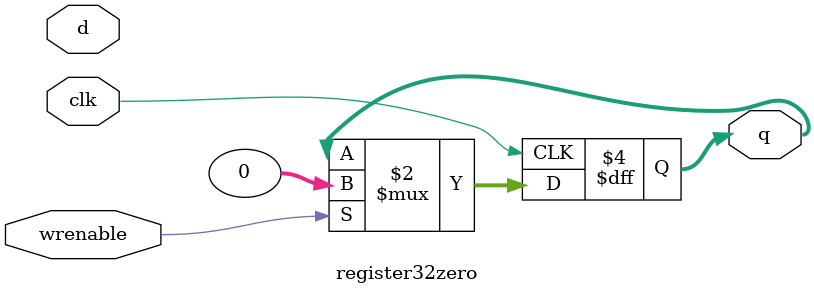
<source format=v>
module register32zero
(
output reg[31:0]	q,
input[31:0]		d,
input		wrenable,
input		clk
);

    always @(posedge clk) begin
        if(wrenable) begin
            q <= 0;
        end
    end

endmodule

</source>
